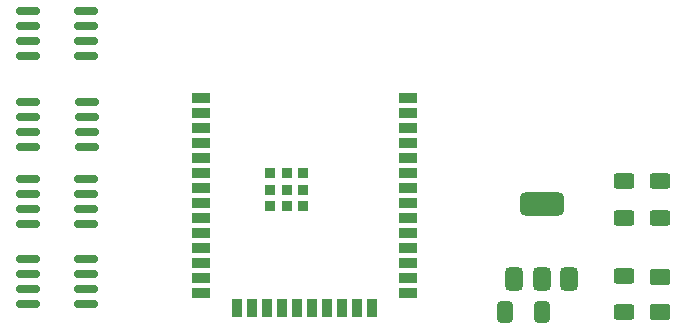
<source format=gbr>
%TF.GenerationSoftware,KiCad,Pcbnew,8.0.1*%
%TF.CreationDate,2024-04-27T05:15:47+02:00*%
%TF.ProjectId,driver_v2,64726976-6572-45f7-9632-2e6b69636164,rev?*%
%TF.SameCoordinates,Original*%
%TF.FileFunction,Paste,Top*%
%TF.FilePolarity,Positive*%
%FSLAX46Y46*%
G04 Gerber Fmt 4.6, Leading zero omitted, Abs format (unit mm)*
G04 Created by KiCad (PCBNEW 8.0.1) date 2024-04-27 05:15:47*
%MOMM*%
%LPD*%
G01*
G04 APERTURE LIST*
G04 Aperture macros list*
%AMRoundRect*
0 Rectangle with rounded corners*
0 $1 Rounding radius*
0 $2 $3 $4 $5 $6 $7 $8 $9 X,Y pos of 4 corners*
0 Add a 4 corners polygon primitive as box body*
4,1,4,$2,$3,$4,$5,$6,$7,$8,$9,$2,$3,0*
0 Add four circle primitives for the rounded corners*
1,1,$1+$1,$2,$3*
1,1,$1+$1,$4,$5*
1,1,$1+$1,$6,$7*
1,1,$1+$1,$8,$9*
0 Add four rect primitives between the rounded corners*
20,1,$1+$1,$2,$3,$4,$5,0*
20,1,$1+$1,$4,$5,$6,$7,0*
20,1,$1+$1,$6,$7,$8,$9,0*
20,1,$1+$1,$8,$9,$2,$3,0*%
G04 Aperture macros list end*
%ADD10R,1.500000X0.900000*%
%ADD11R,0.900000X1.500000*%
%ADD12R,0.900000X0.900000*%
%ADD13RoundRect,0.250000X-0.625000X0.400000X-0.625000X-0.400000X0.625000X-0.400000X0.625000X0.400000X0*%
%ADD14RoundRect,0.250001X-0.624999X0.462499X-0.624999X-0.462499X0.624999X-0.462499X0.624999X0.462499X0*%
%ADD15RoundRect,0.375000X0.375000X-0.625000X0.375000X0.625000X-0.375000X0.625000X-0.375000X-0.625000X0*%
%ADD16RoundRect,0.500000X1.400000X-0.500000X1.400000X0.500000X-1.400000X0.500000X-1.400000X-0.500000X0*%
%ADD17RoundRect,0.150000X0.825000X0.150000X-0.825000X0.150000X-0.825000X-0.150000X0.825000X-0.150000X0*%
%ADD18RoundRect,0.250000X0.412500X0.650000X-0.412500X0.650000X-0.412500X-0.650000X0.412500X-0.650000X0*%
G04 APERTURE END LIST*
D10*
%TO.C,IC1*%
X132150000Y-67380000D03*
X132150000Y-68650000D03*
X132150000Y-69920000D03*
X132150000Y-71190000D03*
X132150000Y-72460000D03*
X132150000Y-73730000D03*
X132150000Y-75000000D03*
X132150000Y-76270000D03*
X132150000Y-77540000D03*
X132150000Y-78810000D03*
X132150000Y-80080000D03*
X132150000Y-81350000D03*
X132150000Y-82620000D03*
X132150000Y-83890000D03*
D11*
X135185000Y-85140000D03*
X136455000Y-85140000D03*
X137725000Y-85140000D03*
X138995000Y-85140000D03*
X140265000Y-85140000D03*
X141535000Y-85140000D03*
X142805000Y-85140000D03*
X144075000Y-85140000D03*
X145345000Y-85140000D03*
X146615000Y-85140000D03*
D10*
X149650000Y-83890000D03*
X149650000Y-82620000D03*
X149650000Y-81350000D03*
X149650000Y-80080000D03*
X149650000Y-78810000D03*
X149650000Y-77540000D03*
X149650000Y-76270000D03*
X149650000Y-75000000D03*
X149650000Y-73730000D03*
X149650000Y-72460000D03*
X149650000Y-71190000D03*
X149650000Y-69920000D03*
X149650000Y-68650000D03*
X149650000Y-67380000D03*
D12*
X138000000Y-73700000D03*
X138000000Y-75100000D03*
X138000000Y-76500000D03*
X139400000Y-73700000D03*
X139400000Y-75100000D03*
X139400000Y-76500000D03*
X140800000Y-73700000D03*
X140800000Y-75100000D03*
X140800000Y-76500000D03*
%TD*%
D13*
%TO.C,R3*%
X168000000Y-82400000D03*
X168000000Y-85500000D03*
%TD*%
D14*
%TO.C,LED*%
X171000000Y-85437500D03*
X171000000Y-82462500D03*
%TD*%
D15*
%TO.C,U1*%
X158700000Y-82650000D03*
X161000000Y-82650000D03*
D16*
X161000000Y-76350000D03*
D15*
X163300000Y-82650000D03*
%TD*%
D13*
%TO.C,R2*%
X168000000Y-77500000D03*
X168000000Y-74400000D03*
%TD*%
%TO.C,R1*%
X171000000Y-77500000D03*
X171000000Y-74400000D03*
%TD*%
D17*
%TO.C,IC5*%
X122450000Y-84810000D03*
X122450000Y-83540000D03*
X122450000Y-82270000D03*
X122450000Y-81000000D03*
X117500000Y-81000000D03*
X117500000Y-82270000D03*
X117500000Y-83540000D03*
X117500000Y-84810000D03*
%TD*%
%TO.C,IC4*%
X122450000Y-78000000D03*
X122450000Y-76730000D03*
X122450000Y-75460000D03*
X122450000Y-74190000D03*
X117500000Y-74190000D03*
X117500000Y-75460000D03*
X117500000Y-76730000D03*
X117500000Y-78000000D03*
%TD*%
%TO.C,IC3*%
X122475000Y-71500000D03*
X122475000Y-70230000D03*
X122475000Y-68960000D03*
X122475000Y-67690000D03*
X117525000Y-67690000D03*
X117525000Y-68960000D03*
X117525000Y-70230000D03*
X117525000Y-71500000D03*
%TD*%
%TO.C,IC2*%
X117500000Y-63810000D03*
X117500000Y-62540000D03*
X117500000Y-61270000D03*
X117500000Y-60000000D03*
X122450000Y-60000000D03*
X122450000Y-61270000D03*
X122450000Y-62540000D03*
X122450000Y-63810000D03*
%TD*%
D18*
%TO.C,C1*%
X161062500Y-85500000D03*
X157937500Y-85500000D03*
%TD*%
M02*

</source>
